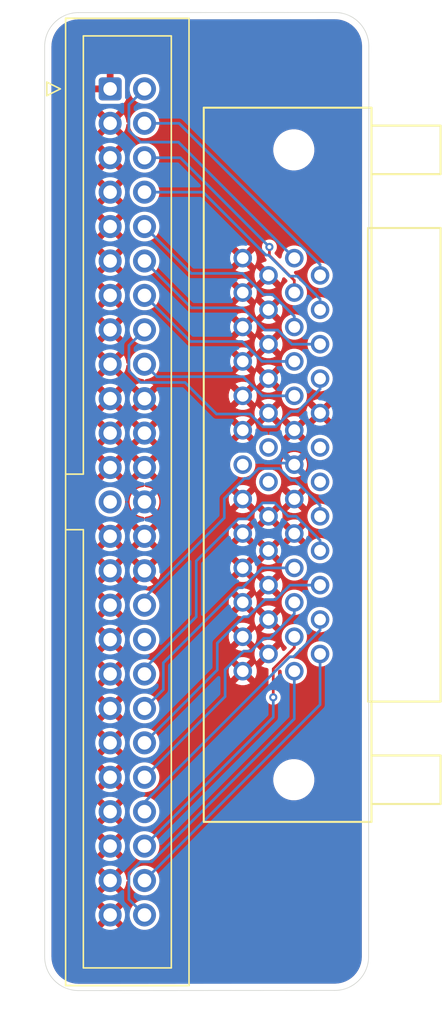
<source format=kicad_pcb>
(kicad_pcb (version 20241229) (generator "pcbnew") (generator_version "9.0")
  (layers (0 "F.Cu" signal) (2 "B.Cu" signal) (13 "F.Paste" user) (15 "B.Paste" user) (5 "F.SilkS" user "F.Silkscreen") (7 "B.SilkS" user "B.Silkscreen") (1 "F.Mask" user) (3 "B.Mask" user) (25 "Edge.Cuts" user))
  (net 0 "")
  (net 1 "GND")
  (net 2 "SCTRL_ATN")
  (net 3 "SCTRL_REQ")
  (net 4 "SCDAT6")
  (net 5 "SCDAT0")
  (net 6 "SCDAT7")
  (net 7 "SCTRL_RST")
  (net 8 "SCSI_TERMPWR")
  (net 9 "SCTRL_IO")
  (net 10 "SCTRL_MSG")
  (net 11 "SCDAT2")
  (net 12 "SCDAT4")
  (net 13 "SCTRL_SEL")
  (net 14 "SCDATP")
  (net 15 "SCTRL_CD")
  (net 16 "SCTRL_BSY")
  (net 17 "SCDAT3")
  (net 19 "SCDAT5")
  (net 21 "SCDAT1")
  (net 22 "SCTRL_ACK")
  (footprint "kicad-official/Connector_IDC.pretty:IDC-Header_2x25_P2.54mm_Vertical" (layer "F.Cu") (at 155.89 65.5)
    (property "Reference" "J1" (hide yes))
    (property "Value" "Conn_02x25_Odd_Even")
    (fp_line (start -4.68 -0.5) (end -4.68 0.5) (stroke (width 0.12)) (layer "F.SilkS"))
    (fp_line (start -4.68 0.5) (end -3.68 0) (stroke (width 0.12)) (layer "F.SilkS"))
    (fp_line (start -3.68 0) (end -4.68 -0.5) (stroke (width 0.12)) (layer "F.SilkS"))
    (fp_line (start -3.29 -5.21) (end 5.83 -5.21) (stroke (width 0.12)) (layer "F.SilkS"))
    (fp_line (start -3.29 28.43) (end -1.98 28.43) (stroke (width 0.12)) (layer "F.SilkS"))
    (fp_line (start -3.29 66.17) (end -3.29 -5.21) (stroke (width 0.12)) (layer "F.SilkS"))
    (fp_line (start -1.98 -3.91) (end 4.52 -3.91) (stroke (width 0.12)) (layer "F.SilkS"))
    (fp_line (start -1.98 28.43) (end -1.98 -3.91) (stroke (width 0.12)) (layer "F.SilkS"))
    (fp_line (start -1.98 32.53) (end -3.29 32.53) (stroke (width 0.12)) (layer "F.SilkS"))
    (fp_line (start -1.98 32.53) (end -1.98 32.53) (stroke (width 0.12)) (layer "F.SilkS"))
    (fp_line (start -1.98 64.87) (end -1.98 32.53) (stroke (width 0.12)) (layer "F.SilkS"))
    (fp_line (start 4.52 -3.91) (end 4.52 64.87) (stroke (width 0.12)) (layer "F.SilkS"))
    (fp_line (start 4.52 64.87) (end -1.98 64.87) (stroke (width 0.12)) (layer "F.SilkS"))
    (fp_line (start 5.83 -5.21) (end 5.83 66.17) (stroke (width 0.12)) (layer "F.SilkS"))
    (fp_line (start 5.83 66.17) (end -3.29 66.17) (stroke (width 0.12)) (layer "F.SilkS"))
    (pad "1" thru_hole roundrect (at 0 0) (size 1.7 1.7) (drill 1) (layers "*.Cu" "*.Mask") (roundrect_rratio 0.147059) (net 1 "GND"))
    (pad "2" thru_hole circle (at 2.54 0) (size 1.7 1.7) (drill 1) (layers "*.Cu" "*.Mask") (net 5 "SCDAT0"))
    (pad "3" thru_hole circle (at 0 2.54) (size 1.7 1.7) (drill 1) (layers "*.Cu" "*.Mask") (net 1 "GND"))
    (pad "4" thru_hole circle (at 2.54 2.54) (size 1.7 1.7) (drill 1) (layers "*.Cu" "*.Mask") (net 21 "SCDAT1"))
    (pad "5" thru_hole circle (at 0 5.08) (size 1.7 1.7) (drill 1) (layers "*.Cu" "*.Mask") (net 1 "GND"))
    (pad "6" thru_hole circle (at 2.54 5.08) (size 1.7 1.7) (drill 1) (layers "*.Cu" "*.Mask") (net 11 "SCDAT2"))
    (pad "7" thru_hole circle (at 0 7.62) (size 1.7 1.7) (drill 1) (layers "*.Cu" "*.Mask") (net 1 "GND"))
    (pad "8" thru_hole circle (at 2.54 7.62) (size 1.7 1.7) (drill 1) (layers "*.Cu" "*.Mask") (net 17 "SCDAT3"))
    (pad "9" thru_hole circle (at 0 10.16) (size 1.7 1.7) (drill 1) (layers "*.Cu" "*.Mask") (net 1 "GND"))
    (pad "10" thru_hole circle (at 2.54 10.16) (size 1.7 1.7) (drill 1) (layers "*.Cu" "*.Mask") (net 12 "SCDAT4"))
    (pad "11" thru_hole circle (at 0 12.7) (size 1.7 1.7) (drill 1) (layers "*.Cu" "*.Mask") (net 1 "GND"))
    (pad "12" thru_hole circle (at 2.54 12.7) (size 1.7 1.7) (drill 1) (layers "*.Cu" "*.Mask") (net 19 "SCDAT5"))
    (pad "13" thru_hole circle (at 0 15.24) (size 1.7 1.7) (drill 1) (layers "*.Cu" "*.Mask") (net 1 "GND"))
    (pad "14" thru_hole circle (at 2.54 15.24) (size 1.7 1.7) (drill 1) (layers "*.Cu" "*.Mask") (net 4 "SCDAT6"))
    (pad "15" thru_hole circle (at 0 17.78) (size 1.7 1.7) (drill 1) (layers "*.Cu" "*.Mask") (net 1 "GND"))
    (pad "16" thru_hole circle (at 2.54 17.78) (size 1.7 1.7) (drill 1) (layers "*.Cu" "*.Mask") (net 6 "SCDAT7"))
    (pad "17" thru_hole circle (at 0 20.32) (size 1.7 1.7) (drill 1) (layers "*.Cu" "*.Mask") (net 1 "GND"))
    (pad "18" thru_hole circle (at 2.54 20.32) (size 1.7 1.7) (drill 1) (layers "*.Cu" "*.Mask") (net 14 "SCDATP"))
    (pad "19" thru_hole circle (at 0 22.86) (size 1.7 1.7) (drill 1) (layers "*.Cu" "*.Mask") (net 1 "GND"))
    (pad "20" thru_hole circle (at 2.54 22.86) (size 1.7 1.7) (drill 1) (layers "*.Cu" "*.Mask") (net 1 "GND"))
    (pad "21" thru_hole circle (at 0 25.4) (size 1.7 1.7) (drill 1) (layers "*.Cu" "*.Mask") (net 1 "GND"))
    (pad "22" thru_hole circle (at 2.54 25.4) (size 1.7 1.7) (drill 1) (layers "*.Cu" "*.Mask") (net 1 "GND"))
    (pad "23" thru_hole circle (at 0 27.94) (size 1.7 1.7) (drill 1) (layers "*.Cu" "*.Mask") (net 1 "GND"))
    (pad "24" thru_hole circle (at 2.54 27.94) (size 1.7 1.7) (drill 1) (layers "*.Cu" "*.Mask") (net 1 "GND"))
    (pad "25" thru_hole circle (at 0 30.48) (size 1.7 1.7) (drill 1) (layers "*.Cu" "*.Mask"))
    (pad "26" thru_hole circle (at 2.54 30.48) (size 1.7 1.7) (drill 1) (layers "*.Cu" "*.Mask") (net 8 "SCSI_TERMPWR"))
    (pad "27" thru_hole circle (at 0 33.02) (size 1.7 1.7) (drill 1) (layers "*.Cu" "*.Mask") (net 1 "GND"))
    (pad "28" thru_hole circle (at 2.54 33.02) (size 1.7 1.7) (drill 1) (layers "*.Cu" "*.Mask") (net 1 "GND"))
    (pad "29" thru_hole circle (at 0 35.56) (size 1.7 1.7) (drill 1) (layers "*.Cu" "*.Mask") (net 1 "GND"))
    (pad "30" thru_hole circle (at 2.54 35.56) (size 1.7 1.7) (drill 1) (layers "*.Cu" "*.Mask") (net 1 "GND"))
    (pad "31" thru_hole circle (at 0 38.1) (size 1.7 1.7) (drill 1) (layers "*.Cu" "*.Mask") (net 1 "GND"))
    (pad "32" thru_hole circle (at 2.54 38.1) (size 1.7 1.7) (drill 1) (layers "*.Cu" "*.Mask") (net 2 "SCTRL_ATN"))
    (pad "33" thru_hole circle (at 0 40.64) (size 1.7 1.7) (drill 1) (layers "*.Cu" "*.Mask") (net 1 "GND"))
    (pad "34" thru_hole circle (at 2.54 40.64) (size 1.7 1.7) (drill 1) (layers "*.Cu" "*.Mask"))
    (pad "35" thru_hole circle (at 0 43.18) (size 1.7 1.7) (drill 1) (layers "*.Cu" "*.Mask") (net 1 "GND"))
    (pad "36" thru_hole circle (at 2.54 43.18) (size 1.7 1.7) (drill 1) (layers "*.Cu" "*.Mask") (net 16 "SCTRL_BSY"))
    (pad "37" thru_hole circle (at 0 45.72) (size 1.7 1.7) (drill 1) (layers "*.Cu" "*.Mask") (net 1 "GND"))
    (pad "38" thru_hole circle (at 2.54 45.72) (size 1.7 1.7) (drill 1) (layers "*.Cu" "*.Mask") (net 22 "SCTRL_ACK"))
    (pad "39" thru_hole circle (at 0 48.26) (size 1.7 1.7) (drill 1) (layers "*.Cu" "*.Mask") (net 1 "GND"))
    (pad "40" thru_hole circle (at 2.54 48.26) (size 1.7 1.7) (drill 1) (layers "*.Cu" "*.Mask") (net 7 "SCTRL_RST"))
    (pad "41" thru_hole circle (at 0 50.8) (size 1.7 1.7) (drill 1) (layers "*.Cu" "*.Mask") (net 1 "GND"))
    (pad "42" thru_hole circle (at 2.54 50.8) (size 1.7 1.7) (drill 1) (layers "*.Cu" "*.Mask") (net 10 "SCTRL_MSG"))
    (pad "43" thru_hole circle (at 0 53.34) (size 1.7 1.7) (drill 1) (layers "*.Cu" "*.Mask") (net 1 "GND"))
    (pad "44" thru_hole circle (at 2.54 53.34) (size 1.7 1.7) (drill 1) (layers "*.Cu" "*.Mask") (net 13 "SCTRL_SEL"))
    (pad "45" thru_hole circle (at 0 55.88) (size 1.7 1.7) (drill 1) (layers "*.Cu" "*.Mask") (net 1 "GND"))
    (pad "46" thru_hole circle (at 2.54 55.88) (size 1.7 1.7) (drill 1) (layers "*.Cu" "*.Mask") (net 15 "SCTRL_CD"))
    (pad "47" thru_hole circle (at 0 58.42) (size 1.7 1.7) (drill 1) (layers "*.Cu" "*.Mask") (net 1 "GND"))
    (pad "48" thru_hole circle (at 2.54 58.42) (size 1.7 1.7) (drill 1) (layers "*.Cu" "*.Mask") (net 3 "SCTRL_REQ"))
    (pad "49" thru_hole circle (at 0 60.96) (size 1.7 1.7) (drill 1) (layers "*.Cu" "*.Mask") (net 1 "GND"))
    (pad "50" thru_hole circle (at 2.54 60.96) (size 1.7 1.7) (drill 1) (layers "*.Cu" "*.Mask") (net 9 "SCTRL_IO"))
  )
  (footprint "5787170_5:CONN_5787170-5_TYC" (layer "F.Cu") (at 171.37 78.001 -90)
    (property "Reference" "J2" (hide yes))
    (property "Value" "5787170-5")
    (fp_line (start -11.1125 8.5598) (end 41.5925 8.5598) (stroke (width 0.1524)) (layer "F.SilkS"))
    (fp_line (start 41.5925 8.5598) (end 41.5925 -3.8354) (stroke (width 0.1524)) (layer "F.SilkS"))
    (fp_line (start -2.2352 -3.5814) (end 32.7152 -3.5814) (stroke (width 0.1524)) (layer "F.SilkS"))
    (fp_line (start 32.7152 -3.5814) (end 32.7152 -8.9408) (stroke (width 0.1524)) (layer "F.SilkS"))
    (fp_line (start -11.1125 -3.8354) (end -11.1125 8.5598) (stroke (width 0.1524)) (layer "F.SilkS"))
    (fp_line (start -9.7917 -3.8354) (end -9.7917 -8.9408) (stroke (width 0.1524)) (layer "F.SilkS"))
    (fp_line (start 36.6903 -3.8354) (end 36.6903 -8.9408) (stroke (width 0.1524)) (layer "F.SilkS"))
    (fp_line (start 41.5925 -3.8354) (end -11.1125 -3.8354) (stroke (width 0.1524)) (layer "F.SilkS"))
    (fp_line (start -9.7917 -8.9408) (end -6.2103 -8.9408) (stroke (width 0.1524)) (layer "F.SilkS"))
    (fp_line (start -6.2103 -8.9408) (end -6.2103 -3.8354) (stroke (width 0.1524)) (layer "F.SilkS"))
    (fp_line (start -2.2352 -8.9408) (end -2.2352 -3.5814) (stroke (width 0.1524)) (layer "F.SilkS"))
    (fp_line (start 32.7152 -8.9408) (end -2.2352 -8.9408) (stroke (width 0.1524)) (layer "F.SilkS"))
    (fp_line (start 36.6903 -8.9408) (end 40.2717 -8.9408) (stroke (width 0.1524)) (layer "F.SilkS"))
    (fp_line (start 40.2717 -8.9408) (end 40.2717 -3.8354) (stroke (width 0.1524)) (layer "F.SilkS"))
    (pad "" np_thru_hole circle (at -8.001 1.905 270) (size 2.54 2.54) (drill 2.54) (layers "*.Cu" "*.Mask"))
    (pad "" np_thru_hole circle (at 38.481 1.905 270) (size 2.54 2.54) (drill 2.54) (layers "*.Cu" "*.Mask"))
    (pad "1" thru_hole circle (at -0.01 5.68 270) (size 1.3716 1.3716) (drill 0.8636) (layers "*.Cu" "*.Mask") (net 1 "GND"))
    (pad "2" thru_hole circle (at 1.26 3.775 270) (size 1.3716 1.3716) (drill 0.8636) (layers "*.Cu" "*.Mask") (net 1 "GND"))
    (pad "3" thru_hole circle (at 2.53 5.68 270) (size 1.3716 1.3716) (drill 0.8636) (layers "*.Cu" "*.Mask") (net 1 "GND"))
    (pad "4" thru_hole circle (at 3.8 3.775 270) (size 1.3716 1.3716) (drill 0.8636) (layers "*.Cu" "*.Mask") (net 1 "GND"))
    (pad "5" thru_hole circle (at 5.07 5.68 270) (size 1.3716 1.3716) (drill 0.8636) (layers "*.Cu" "*.Mask") (net 1 "GND"))
    (pad "6" thru_hole circle (at 6.34 3.775 270) (size 1.3716 1.3716) (drill 0.8636) (layers "*.Cu" "*.Mask") (net 1 "GND"))
    (pad "7" thru_hole circle (at 7.61 5.68 270) (size 1.3716 1.3716) (drill 0.8636) (layers "*.Cu" "*.Mask") (net 1 "GND"))
    (pad "8" thru_hole circle (at 8.88 3.775 270) (size 1.3716 1.3716) (drill 0.8636) (layers "*.Cu" "*.Mask") (net 1 "GND"))
    (pad "9" thru_hole circle (at 10.15 5.68 270) (size 1.3716 1.3716) (drill 0.8636) (layers "*.Cu" "*.Mask") (net 1 "GND"))
    (pad "10" thru_hole circle (at 11.42 3.775 270) (size 1.3716 1.3716) (drill 0.8636) (layers "*.Cu" "*.Mask") (net 1 "GND"))
    (pad "11" thru_hole circle (at 12.69 5.68 270) (size 1.3716 1.3716) (drill 0.8636) (layers "*.Cu" "*.Mask") (net 1 "GND"))
    (pad "12" thru_hole circle (at 13.96 3.775 270) (size 1.3716 1.3716) (drill 0.8636) (layers "*.Cu" "*.Mask"))
    (pad "13" thru_hole circle (at 15.23 5.68 270) (size 1.3716 1.3716) (drill 0.8636) (layers "*.Cu" "*.Mask"))
    (pad "14" thru_hole circle (at 16.5 3.775 270) (size 1.3716 1.3716) (drill 0.8636) (layers "*.Cu" "*.Mask"))
    (pad "15" thru_hole circle (at 17.77 5.68 270) (size 1.3716 1.3716) (drill 0.8636) (layers "*.Cu" "*.Mask") (net 1 "GND"))
    (pad "16" thru_hole circle (at 19.04 3.775 270) (size 1.3716 1.3716) (drill 0.8636) (layers "*.Cu" "*.Mask") (net 1 "GND"))
    (pad "17" thru_hole circle (at 20.31 5.68 270) (size 1.3716 1.3716) (drill 0.8636) (layers "*.Cu" "*.Mask") (net 1 "GND"))
    (pad "18" thru_hole circle (at 21.58 3.775 270) (size 1.3716 1.3716) (drill 0.8636) (layers "*.Cu" "*.Mask") (net 1 "GND"))
    (pad "19" thru_hole circle (at 22.85 5.68 270) (size 1.3716 1.3716) (drill 0.8636) (layers "*.Cu" "*.Mask") (net 1 "GND"))
    (pad "20" thru_hole circle (at 24.12 3.775 270) (size 1.3716 1.3716) (drill 0.8636) (layers "*.Cu" "*.Mask") (net 1 "GND"))
    (pad "21" thru_hole circle (at 25.39 5.68 270) (size 1.3716 1.3716) (drill 0.8636) (layers "*.Cu" "*.Mask") (net 1 "GND"))
    (pad "22" thru_hole circle (at 26.66 3.775 270) (size 1.3716 1.3716) (drill 0.8636) (layers "*.Cu" "*.Mask") (net 1 "GND"))
    (pad "23" thru_hole circle (at 27.93 5.68 270) (size 1.3716 1.3716) (drill 0.8636) (layers "*.Cu" "*.Mask") (net 1 "GND"))
    (pad "24" thru_hole circle (at 29.2 3.775 270) (size 1.3716 1.3716) (drill 0.8636) (layers "*.Cu" "*.Mask") (net 1 "GND"))
    (pad "25" thru_hole circle (at 30.47 5.68 270) (size 1.3716 1.3716) (drill 0.8636) (layers "*.Cu" "*.Mask") (net 1 "GND"))
    (pad "26" thru_hole circle (at -0.01 1.87 270) (size 1.3716 1.3716) (drill 0.8636) (layers "*.Cu" "*.Mask") (net 5 "SCDAT0"))
    (pad "27" thru_hole circle (at 1.26 -0.035 270) (size 1.3716 1.3716) (drill 0.8636) (layers "*.Cu" "*.Mask") (net 21 "SCDAT1"))
    (pad "28" thru_hole circle (at 2.53 1.87 270) (size 1.3716 1.3716) (drill 0.8636) (layers "*.Cu" "*.Mask") (net 11 "SCDAT2"))
    (pad "29" thru_hole circle (at 3.8 -0.035 270) (size 1.3716 1.3716) (drill 0.8636) (layers "*.Cu" "*.Mask") (net 17 "SCDAT3"))
    (pad "30" thru_hole circle (at 5.07 1.87 270) (size 1.3716 1.3716) (drill 0.8636) (layers "*.Cu" "*.Mask") (net 12 "SCDAT4"))
    (pad "31" thru_hole circle (at 6.34 -0.035 270) (size 1.3716 1.3716) (drill 0.8636) (layers "*.Cu" "*.Mask") (net 19 "SCDAT5"))
    (pad "32" thru_hole circle (at 7.61 1.87 270) (size 1.3716 1.3716) (drill 0.8636) (layers "*.Cu" "*.Mask") (net 4 "SCDAT6"))
    (pad "33" thru_hole circle (at 8.88 -0.035 270) (size 1.3716 1.3716) (drill 0.8636) (layers "*.Cu" "*.Mask") (net 6 "SCDAT7"))
    (pad "34" thru_hole circle (at 10.15 1.87 270) (size 1.3716 1.3716) (drill 0.8636) (layers "*.Cu" "*.Mask") (net 14 "SCDATP"))
    (pad "35" thru_hole circle (at 11.42 -0.035 270) (size 1.3716 1.3716) (drill 0.8636) (layers "*.Cu" "*.Mask") (net 1 "GND"))
    (pad "36" thru_hole circle (at 12.69 1.87 270) (size 1.3716 1.3716) (drill 0.8636) (layers "*.Cu" "*.Mask") (net 1 "GND"))
    (pad "37" thru_hole circle (at 13.96 -0.035 270) (size 1.3716 1.3716) (drill 0.8636) (layers "*.Cu" "*.Mask"))
    (pad "38" thru_hole circle (at 15.23 1.87 270) (size 1.3716 1.3716) (drill 0.8636) (layers "*.Cu" "*.Mask") (net 8 "SCSI_TERMPWR"))
    (pad "39" thru_hole circle (at 16.5 -0.035 270) (size 1.3716 1.3716) (drill 0.8636) (layers "*.Cu" "*.Mask"))
    (pad "40" thru_hole circle (at 17.77 1.87 270) (size 1.3716 1.3716) (drill 0.8636) (layers "*.Cu" "*.Mask") (net 1 "GND"))
    (pad "41" thru_hole circle (at 19.04 -0.035 270) (size 1.3716 1.3716) (drill 0.8636) (layers "*.Cu" "*.Mask") (net 2 "SCTRL_ATN"))
    (pad "42" thru_hole circle (at 20.31 1.87 270) (size 1.3716 1.3716) (drill 0.8636) (layers "*.Cu" "*.Mask") (net 1 "GND"))
    (pad "43" thru_hole circle (at 21.58 -0.035 270) (size 1.3716 1.3716) (drill 0.8636) (layers "*.Cu" "*.Mask") (net 16 "SCTRL_BSY"))
    (pad "44" thru_hole circle (at 22.85 1.87 270) (size 1.3716 1.3716) (drill 0.8636) (layers "*.Cu" "*.Mask") (net 22 "SCTRL_ACK"))
    (pad "45" thru_hole circle (at 24.12 -0.035 270) (size 1.3716 1.3716) (drill 0.8636) (layers "*.Cu" "*.Mask") (net 7 "SCTRL_RST"))
    (pad "46" thru_hole circle (at 25.39 1.87 270) (size 1.3716 1.3716) (drill 0.8636) (layers "*.Cu" "*.Mask") (net 10 "SCTRL_MSG"))
    (pad "47" thru_hole circle (at 26.66 -0.035 270) (size 1.3716 1.3716) (drill 0.8636) (layers "*.Cu" "*.Mask") (net 13 "SCTRL_SEL"))
    (pad "48" thru_hole circle (at 27.93 1.87 270) (size 1.3716 1.3716) (drill 0.8636) (layers "*.Cu" "*.Mask") (net 15 "SCTRL_CD"))
    (pad "49" thru_hole circle (at 29.2 -0.035 270) (size 1.3716 1.3716) (drill 0.8636) (layers "*.Cu" "*.Mask") (net 3 "SCTRL_REQ"))
    (pad "50" thru_hole circle (at 30.47 1.87 270) (size 1.3716 1.3716) (drill 0.8636) (layers "*.Cu" "*.Mask") (net 9 "SCTRL_IO"))
  )
  (gr_arc (start 174.992233 129.532233) (mid 174.26 131.3) (end 172.492233 132.032233) (stroke (width 0.05)) (layer "Edge.Cuts"))
  (gr_line (start 151.050001 129.542226) (end 151.05 62.369993) (stroke (width 0.05)) (layer "Edge.Cuts"))
  (gr_line (start 175.01 62.36) (end 174.992232 129.532233) (stroke (width 0.05)) (layer "Edge.Cuts"))
  (gr_line (start 172.4922 132.032233) (end 153.550001 132.042226) (stroke (width 0.05)) (layer "Edge.Cuts"))
  (gr_line (start 153.547767 59.869992) (end 172.51 59.86) (stroke (width 0.05)) (layer "Edge.Cuts"))
  (gr_arc (start 151.05 62.369993) (mid 151.780789 60.602361) (end 153.547767 59.869992) (stroke (width 0.05)) (layer "Edge.Cuts"))
  (gr_arc (start 172.51 59.86) (mid 174.277767 60.592233) (end 175.01 62.36) (stroke (width 0.05)) (layer "Edge.Cuts"))
  (gr_arc (start 153.550001 132.042226) (mid 151.782234 131.309993) (end 151.050001 129.542226) (stroke (width 0.05)) (layer "Edge.Cuts"))
  (segment (start 158.43 103.6) (end 158.43 103.0561) (width 0.2) (layer "B.Cu") (net 2))
  (segment (start 158.43 103.0561) (end 164.3275 97.1586) (width 0.2) (layer "B.Cu") (net 2))
  (segment (start 165.8098 94.2465) (end 166.1301 94.2465) (width 0.2) (layer "B.Cu") (net 2))
  (segment (start 166.1301 94.2465) (end 166.8631 93.5135) (width 0.2) (layer "B.Cu") (net 2))
  (segment (start 169.2619 94.3894) (end 169.5595 94.3894) (width 0.2) (layer "B.Cu") (net 2))
  (segment (start 164.3275 97.1586) (end 164.3275 95.7288) (width 0.2) (layer "B.Cu") (net 2))
  (segment (start 169.5595 94.3894) (end 171.405 96.2349) (width 0.2) (layer "B.Cu") (net 2))
  (segment (start 164.3275 95.7288) (end 165.8098 94.2465) (width 0.2) (layer "B.Cu") (net 2))
  (segment (start 166.8631 93.5135) (end 168.386 93.5135) (width 0.2) (layer "B.Cu") (net 2))
  (segment (start 168.386 93.5135) (end 169.2619 94.3894) (width 0.2) (layer "B.Cu") (net 2))
  (segment (start 171.405 96.2349) (end 171.405 97.041) (width 0.2) (layer "B.Cu") (net 2))
  (segment (start 158.43 123.92) (end 171.405 110.945) (width 0.2) (layer "B.Cu") (net 3))
  (segment (start 171.405 110.945) (end 171.405 107.201) (width 0.2) (layer "B.Cu") (net 3))
  (segment (start 165.65 84.1422) (end 161.8322 84.1422) (width 0.2) (layer "B.Cu") (net 4))
  (segment (start 169.5 85.611) (end 167.1188 85.611) (width 0.2) (layer "B.Cu") (net 4))
  (segment (start 161.8322 84.1422) (end 158.43 80.74) (width 0.2) (layer "B.Cu") (net 4))
  (segment (start 167.1188 85.611) (end 165.65 84.1422) (width 0.2) (layer "B.Cu") (net 4))
  (segment (start 158.43 65.5) (end 157.2768 66.6532) (width 0.2) (layer "B.Cu") (net 5))
  (segment (start 157.2768 68.5752) (end 158.1299 69.4283) (width 0.2) (layer "B.Cu") (net 5))
  (segment (start 157.2768 66.6532) (end 157.2768 68.5752) (width 0.2) (layer "B.Cu") (net 5))
  (segment (start 160.9373 69.4283) (end 169.5 77.991) (width 0.2) (layer "B.Cu") (net 5))
  (segment (start 158.1299 69.4283) (end 160.9373 69.4283) (width 0.2) (layer "B.Cu") (net 5))
  (segment (start 158.1266 87.165) (end 157.2783 86.3167) (width 0.2) (layer "B.Cu") (net 6))
  (segment (start 169.252 89.3093) (end 168.1249 90.4364) (width 0.2) (layer "B.Cu") (net 6))
  (segment (start 171.405 87.653) (end 169.7487 89.3093) (width 0.2) (layer "B.Cu") (net 6))
  (segment (start 168.1249 90.4364) (end 167.1801 90.4364) (width 0.2) (layer "B.Cu") (net 6))
  (segment (start 157.2783 86.3167) (end 157.2783 84.4317) (width 0.2) (layer "B.Cu") (net 6))
  (segment (start 169.7487 89.3093) (end 169.252 89.3093) (width 0.2) (layer "B.Cu") (net 6))
  (segment (start 171.405 86.881) (end 171.405 87.653) (width 0.2) (layer "B.Cu") (net 6))
  (segment (start 166.2369 89.4932) (end 163.7505 89.4932) (width 0.2) (layer "B.Cu") (net 6))
  (segment (start 161.4223 87.165) (end 158.1266 87.165) (width 0.2) (layer "B.Cu") (net 6))
  (segment (start 157.2783 84.4317) (end 158.43 83.28) (width 0.2) (layer "B.Cu") (net 6))
  (segment (start 167.1801 90.4364) (end 166.2369 89.4932) (width 0.2) (layer "B.Cu") (net 6))
  (segment (start 163.7505 89.4932) (end 161.4223 87.165) (width 0.2) (layer "B.Cu") (net 6))
  (segment (start 168.1126 103.191) (end 169.1826 102.121) (width 0.2) (layer "B.Cu") (net 7))
  (segment (start 167.3368 103.191) (end 168.1126 103.191) (width 0.2) (layer "B.Cu") (net 7))
  (segment (start 169.1826 102.121) (end 171.405 102.121) (width 0.2) (layer "B.Cu") (net 7))
  (segment (start 166.075 104.4528) (end 167.3368 103.191) (width 0.2) (layer "B.Cu") (net 7))
  (segment (start 165.753 104.4528) (end 166.075 104.4528) (width 0.2) (layer "B.Cu") (net 7))
  (segment (start 163.8061 106.3997) (end 165.753 104.4528) (width 0.2) (layer "B.Cu") (net 7))
  (segment (start 163.8061 108.3839) (end 163.8061 106.3997) (width 0.2) (layer "B.Cu") (net 7))
  (segment (start 158.43 113.76) (end 163.8061 108.3839) (width 0.2) (layer "B.Cu") (net 7))
  (segment (start 158.43 95.98) (end 162.1658 92.2442) (width 0.2) (layer "B.Cu") (net 8))
  (segment (start 169.3815 93.1125) (end 169.5 93.231) (width 0.2) (layer "B.Cu") (net 8))
  (segment (start 167.350954 93.1125) (end 169.3815 93.1125) (width 0.2) (layer "B.Cu") (net 8))
  (segment (start 162.1658 92.2442) (end 166.482654 92.2442) (width 0.2) (layer "B.Cu") (net 8))
  (segment (start 166.482654 92.2442) (end 167.350954 93.1125) (width 0.2) (layer "B.Cu") (net 8))
  (segment (start 157.2768 125.3068) (end 157.2768 123.3848) (width 0.2) (layer "B.Cu") (net 9))
  (segment (start 158.1299 122.5317) (end 158.96 122.5317) (width 0.2) (layer "B.Cu") (net 9))
  (segment (start 157.2768 123.3848) (end 158.1299 122.5317) (width 0.2) (layer "B.Cu") (net 9))
  (segment (start 169.5 111.9917) (end 169.5 108.471) (width 0.2) (layer "B.Cu") (net 9))
  (segment (start 158.96 122.5317) (end 169.5 111.9917) (width 0.2) (layer "B.Cu") (net 9))
  (segment (start 158.43 126.46) (end 157.2768 125.3068) (width 0.2) (layer "B.Cu") (net 9))
  (segment (start 164.3878 108.3607) (end 165.7557 106.9928) (width 0.2) (layer "B.Cu") (net 10))
  (segment (start 158.43 116.3) (end 164.3878 110.3422) (width 0.2) (layer "B.Cu") (net 10))
  (segment (start 166.2971 106.9928) (end 167.2473 106.0426) (width 0.2) (layer "B.Cu") (net 10))
  (segment (start 164.3878 110.3422) (end 164.3878 108.3607) (width 0.2) (layer "B.Cu") (net 10))
  (segment (start 167.2473 106.0426) (end 167.7044 106.0426) (width 0.2) (layer "B.Cu") (net 10))
  (segment (start 167.7044 106.0426) (end 169.5 104.247) (width 0.2) (layer "B.Cu") (net 10))
  (segment (start 169.5 104.247) (end 169.5 103.391) (width 0.2) (layer "B.Cu") (net 10))
  (segment (start 165.7557 106.9928) (end 166.2971 106.9928) (width 0.2) (layer "B.Cu") (net 10))
  (segment (start 167.6607 77.7895) (end 169.5 79.6288) (width 0.2) (layer "F.Cu") (net 11))
  (segment (start 167.6607 77.1652) (end 167.6607 77.7895) (width 0.2) (layer "F.Cu") (net 11))
  (segment (start 169.5 79.6288) (end 169.5 80.531) (width 0.2) (layer "F.Cu") (net 11))
  (via (at 167.6607 77.1652) (size 0.6) (drill 0.3) (layers "F.Cu" "B.Cu") (net 11))
  (segment (start 161.0755 70.58) (end 167.6607 77.1652) (width 0.2) (layer "B.Cu") (net 11))
  (segment (start 158.43 70.58) (end 161.0755 70.58) (width 0.2) (layer "B.Cu") (net 11))
  (segment (start 169.5 83.071) (end 169.5 82.2792) (width 0.2) (layer "B.Cu") (net 12))
  (segment (start 169.5 82.2792) (end 167.8934 80.6726) (width 0.2) (layer "B.Cu") (net 12))
  (segment (start 167.2282 80.6726) (end 165.672 79.1164) (width 0.2) (layer "B.Cu") (net 12))
  (segment (start 165.672 79.1164) (end 161.8864 79.1164) (width 0.2) (layer "B.Cu") (net 12))
  (segment (start 167.8934 80.6726) (end 167.2282 80.6726) (width 0.2) (layer "B.Cu") (net 12))
  (segment (start 161.8864 79.1164) (end 158.43 75.66) (width 0.2) (layer "B.Cu") (net 12))
  (segment (start 171.405 105.4522) (end 171.405 104.661) (width 0.2) (layer "B.Cu") (net 13))
  (segment (start 169.4481 107.4091) (end 171.405 105.4522) (width 0.2) (layer "B.Cu") (net 13))
  (segment (start 158.43 118.84) (end 158.43 118.1381) (width 0.2) (layer "B.Cu") (net 13))
  (segment (start 158.43 118.1381) (end 169.159 107.4091) (width 0.2) (layer "B.Cu") (net 13))
  (segment (start 169.159 107.4091) (end 169.4481 107.4091) (width 0.2) (layer "B.Cu") (net 13))
  (segment (start 158.43 85.82) (end 159.3494 86.7394) (width 0.2) (layer "B.Cu") (net 14))
  (segment (start 165.7252 86.7394) (end 167.1368 88.151) (width 0.2) (layer "B.Cu") (net 14))
  (segment (start 159.3494 86.7394) (end 165.7252 86.7394) (width 0.2) (layer "B.Cu") (net 14))
  (segment (start 167.1368 88.151) (end 169.5 88.151) (width 0.2) (layer "B.Cu") (net 14))
  (segment (start 169.5 106.7428) (end 169.5 105.931) (width 0.2) (layer "F.Cu") (net 15))
  (segment (start 167.9449 110.4027) (end 167.9449 108.2979) (width 0.2) (layer "F.Cu") (net 15))
  (segment (start 167.9449 108.2979) (end 169.5 106.7428) (width 0.2) (layer "F.Cu") (net 15))
  (via (at 167.9449 110.4027) (size 0.6) (drill 0.3) (layers "F.Cu" "B.Cu") (net 15))
  (segment (start 158.43 121.38) (end 167.9449 111.8651) (width 0.2) (layer "B.Cu") (net 15))
  (segment (start 167.9449 111.8651) (end 167.9449 110.4027) (width 0.2) (layer "B.Cu") (net 15))
  (segment (start 168.0524 96.0516) (end 167.1557 96.0516) (width 0.2) (layer "B.Cu") (net 16))
  (segment (start 167.1557 96.0516) (end 165.9743 97.233) (width 0.2) (layer "B.Cu") (net 16))
  (segment (start 165.3629 97.233) (end 162.2524 100.3435) (width 0.2) (layer "B.Cu") (net 16))
  (segment (start 169.6357 97.041) (end 169.0418 97.041) (width 0.2) (layer "B.Cu") (net 16))
  (segment (start 169.0418 97.041) (end 168.0524 96.0516) (width 0.2) (layer "B.Cu") (net 16))
  (segment (start 165.9743 97.233) (end 165.3629 97.233) (width 0.2) (layer "B.Cu") (net 16))
  (segment (start 171.405 99.581) (end 171.405 98.8103) (width 0.2) (layer "B.Cu") (net 16))
  (segment (start 162.2524 100.3435) (end 162.2524 104.4574) (width 0.2) (layer "B.Cu") (net 16))
  (segment (start 158.43 108.2798) (end 158.43 108.68) (width 0.2) (layer "B.Cu") (net 16))
  (segment (start 162.2524 104.4574) (end 158.43 108.2798) (width 0.2) (layer "B.Cu") (net 16))
  (segment (start 171.405 98.8103) (end 169.6357 97.041) (width 0.2) (layer "B.Cu") (net 16))
  (segment (start 167.6023 77.7669) (end 169.1561 79.3207) (width 0.2) (layer "B.Cu") (net 17))
  (segment (start 162.7647 73.12) (end 167.4116 77.7669) (width 0.2) (layer "B.Cu") (net 17))
  (segment (start 167.4116 77.7669) (end 167.6023 77.7669) (width 0.2) (layer "B.Cu") (net 17))
  (segment (start 169.7185 79.3207) (end 171.405 81.0072) (width 0.2) (layer "B.Cu") (net 17))
  (segment (start 158.43 73.12) (end 162.7647 73.12) (width 0.2) (layer "B.Cu") (net 17))
  (segment (start 171.405 81.0072) (end 171.405 81.801) (width 0.2) (layer "B.Cu") (net 17))
  (segment (start 169.1561 79.3207) (end 169.7185 79.3207) (width 0.2) (layer "B.Cu") (net 17))
  (segment (start 168.2831 83.2995) (end 169.3246 84.341) (width 0.2) (layer "B.Cu") (net 19))
  (segment (start 169.3246 84.341) (end 171.405 84.341) (width 0.2) (layer "B.Cu") (net 19))
  (segment (start 158.43 78.2) (end 161.8894 81.6594) (width 0.2) (layer "B.Cu") (net 19))
  (segment (start 165.6851 81.6594) (end 167.3252 83.2995) (width 0.2) (layer "B.Cu") (net 19))
  (segment (start 167.3252 83.2995) (end 168.2831 83.2995) (width 0.2) (layer "B.Cu") (net 19))
  (segment (start 161.8894 81.6594) (end 165.6851 81.6594) (width 0.2) (layer "B.Cu") (net 19))
  (segment (start 171.405 78.4616) (end 171.405 79.261) (width 0.2) (layer "B.Cu") (net 21))
  (segment (start 158.43 68.04) (end 160.9834 68.04) (width 0.2) (layer "B.Cu") (net 21))
  (segment (start 160.9834 68.04) (end 171.405 78.4616) (width 0.2) (layer "B.Cu") (net 21))
  (segment (start 169.5 100.851) (end 167.1368 100.851) (width 0.2) (layer "B.Cu") (net 22))
  (segment (start 159.8198 107.8561) (end 159.8198 109.8302) (width 0.2) (layer "B.Cu") (net 22))
  (segment (start 167.1368 100.851) (end 165.6748 102.313) (width 0.2) (layer "B.Cu") (net 22))
  (segment (start 159.8198 109.8302) (end 158.43 111.22) (width 0.2) (layer "B.Cu") (net 22))
  (segment (start 165.3629 102.313) (end 159.8198 107.8561) (width 0.2) (layer "B.Cu") (net 22))
  (segment (start 165.6748 102.313) (end 165.3629 102.313) (width 0.2) (layer "B.Cu") (net 22))
  (zone (net 1) (net_name "GND") (layer "F.Cu") (connect_pads (clearance 0.25)) (min_thickness 0.25) (fill yes (thermal_gap 0.35) (thermal_bridge_width 0.5))
    (polygon (pts (xy 147.89 58.94) (xy 148.17 134.53) (xy 176.32 134.46) (xy 176.11 59.08)))
  )
  (zone (net 8) (net_name "SCSI_TERMPWR") (layer "B.Cu") (connect_pads (clearance 0.25)) (min_thickness 0.25) (fill yes (thermal_gap 0.35) (thermal_bridge_width 0.5))
    (polygon (pts (xy 147.75 59.08) (xy 148.03 134.39) (xy 176.39 134.32) (xy 176.11 58.94)))
  )
)
</source>
